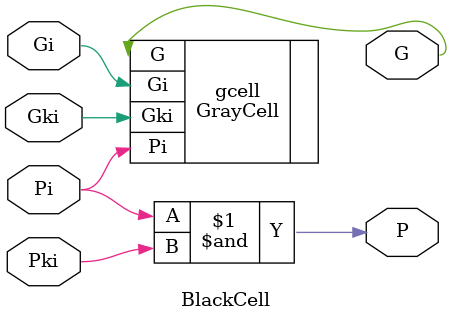
<source format=v>
module BlackCell(Pi, Gi, Pki, Gki, P, G);
  
  input Pi, Gi, Pki, Gki;
  output P, G;
  
  wire P, G;
  
  and(P, Pi, Pki);  
  GrayCell gcell(.Pi(Pi), .Gi(Gi), .Gki(Gki), .G(G));
  
endmodule

</source>
